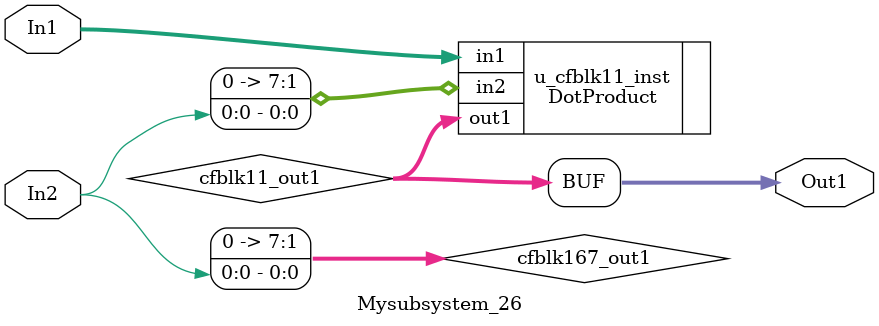
<source format=v>



`timescale 1 ns / 1 ns

module Mysubsystem_26
          (In1,
           In2,
           Out1);


  input   [7:0] In1;  // uint8
  input   In2;
  output  [15:0] Out1;  // uint16


  wire [7:0] cfblk167_out1;  // uint8
  wire [15:0] cfblk11_out1;  // uint16


  assign cfblk167_out1 = {7'b0, In2};



  DotProduct u_cfblk11_inst (.in1(In1),  // uint8
                             .in2(cfblk167_out1),  // uint8
                             .out1(cfblk11_out1)  // uint16
                             );

  assign Out1 = cfblk11_out1;

endmodule  // Mysubsystem_26


</source>
